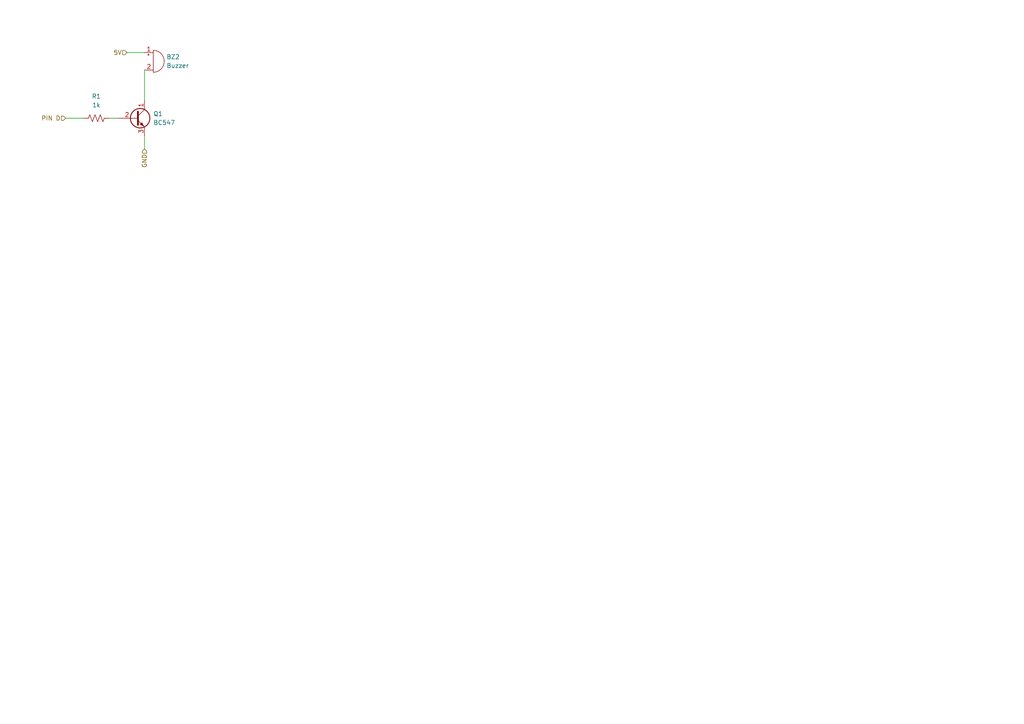
<source format=kicad_sch>
(kicad_sch (version 20231120) (generator "eeschema") (generator_version "8.0")
  (paper "A4")
  (lib_symbols
    (symbol "Device:Buzzer" (pin_names (offset 0.0254) hide)
      (property "Reference" "BZ" (at 3.81 1.27 0))
      (property "Value" "Buzzer" (at 3.81 -1.27 0))
      (symbol "Buzzer_0_1"
        (arc (start 0 -3.175) (mid 3.1612 0) (end 0 3.175))
        (polyline (pts (xy -1.651 1.905) (xy -1.143 1.905)))
        (polyline (pts (xy -1.397 2.159) (xy -1.397 1.651)))
        (polyline (pts (xy 0 3.175) (xy 0 -3.175)))
      )
      (symbol "Buzzer_1_1"
        (pin passive line (at -2.54 2.54 0) (length 2.54) (name "+") (number "1"))
        (pin passive line (at -2.54 -2.54 0) (length 2.54) (name "-") (number "2"))
      )
    )
    (symbol "Device:R_US" (pin_numbers hide) (pin_names (offset 0))
      (property "Reference" "R" (at 2.54 0 90))
      (property "Value" "R_US" (at -2.54 0 90))
      (symbol "R_US_0_1"
        (polyline (pts (xy 0 -2.286) (xy 0 -2.54)))
        (polyline (pts (xy 0 2.286) (xy 0 2.54)))
        (polyline (pts (xy 0 -0.762) (xy 1.016 -1.143) (xy 0 -1.524) (xy -1.016 -1.905) (xy 0 -2.286)))
        (polyline (pts (xy 0 0.762) (xy 1.016 0.381) (xy 0 0) (xy -1.016 -0.381) (xy 0 -0.762)))
        (polyline (pts (xy 0 2.286) (xy 1.016 1.905) (xy 0 1.524) (xy -1.016 1.143) (xy 0 0.762)))
      )
      (symbol "R_US_1_1"
        (pin passive line (at 0 3.81 270) (length 1.27) (name "~") (number "1"))
        (pin passive line (at 0 -3.81 90) (length 1.27) (name "~") (number "2"))
      )
    )
    (symbol "Transistor_BJT:BC547" (pin_names (offset 0) hide)
      (property "Reference" "Q" (at 5.08 1.905 0))
      (property "Value" "BC547" (at 5.08 0 0))
      (symbol "BC547_0_1"
        (polyline (pts (xy 0 0) (xy 0.635 0)))
        (polyline (pts (xy 0.635 0.635) (xy 2.54 2.54)))
        (polyline (pts (xy 0.635 -0.635) (xy 2.54 -2.54) (xy 2.54 -2.54)))
        (polyline (pts (xy 0.635 1.905) (xy 0.635 -1.905) (xy 0.635 -1.905)) (stroke (width 0.508)))
        (polyline (pts (xy 1.27 -1.778) (xy 1.778 -1.27) (xy 2.286 -2.286) (xy 1.27 -1.778) (xy 1.27 -1.778)) (fill (type outline)))
        (circle (center 1.27 0) (radius 2.8194) (stroke (width 0.254)))
      )
      (symbol "BC547_1_1"
        (pin passive line (at 2.54 5.08 270) (length 2.54) (name "C") (number "1"))
        (pin input line (at -5.08 0 0) (length 5.08) (name "B") (number "2"))
        (pin passive line (at 2.54 -5.08 90) (length 2.54) (name "E") (number "3"))
      )
    )
  )
  (wire (pts (xy 41.91 20.32) (xy 41.91 29.21)))
  (wire (pts (xy 36.83 15.24) (xy 41.91 15.24)))
  (wire (pts (xy 19.05 34.29) (xy 24.13 34.29)))
  (wire (pts (xy 31.75 34.29) (xy 34.29 34.29)))
  (wire (pts (xy 41.91 39.37) (xy 41.91 43.18)))
  (hierarchical_label "PIN D" (shape input) (at 19.05 34.29 180))
  (hierarchical_label "5V" (shape input) (at 36.83 15.24 180))
  (hierarchical_label "GND" (shape input) (at 41.91 43.18 270))
  (symbol (lib_id "Transistor_BJT:BC547") (at 39.37 34.29 0) (unit 1)
    (property "Reference" "Q1" (at 44.45 33.0199 0) (effects (justify left)))
    (property "Value" "BC547" (at 44.45 35.5599 0) (effects (justify left)))
    (property "Footprint" "Package_TO_SOT_THT:TO-92_Inline_Wide" (effects (hide yes)))
    (property "Datasheet" "https://www.onsemi.com/pub/Collateral/BC550-D.pdf" (effects (hide yes)))
    (property "Description" "0.1A Ic, 45V Vce, Small Signal NPN Transistor, TO-92" (effects (hide yes)))
  )
  (symbol (lib_id "Device:Buzzer") (at 44.45 17.78 0) (unit 1)
    (property "Reference" "BZ2" (at 48.26 16.5099 0) (effects (justify left)))
    (property "Value" "Buzzer" (at 48.26 19.0499 0) (effects (justify left)))
    (property "Footprint" "Buzzer_Beeper:Buzzer_12x9.5RM7.6" (effects (hide yes)))
    (property "Description" "Buzzer, polarized" (effects (hide yes)))
  )
  (symbol (lib_id "Device:R_US") (at 27.94 34.29 90) (unit 1)
    (property "Reference" "R1" (at 27.94 27.94 90))
    (property "Value" "1k" (at 27.94 30.48 90))
    (property "Footprint" "Resistor_SMD:R_0402_1005Metric_Pad0.72x0.64mm_HandSolder" (effects (hide yes)))
    (property "Description" "Resistor, US symbol" (effects (hide yes)))
  )
)
</source>
